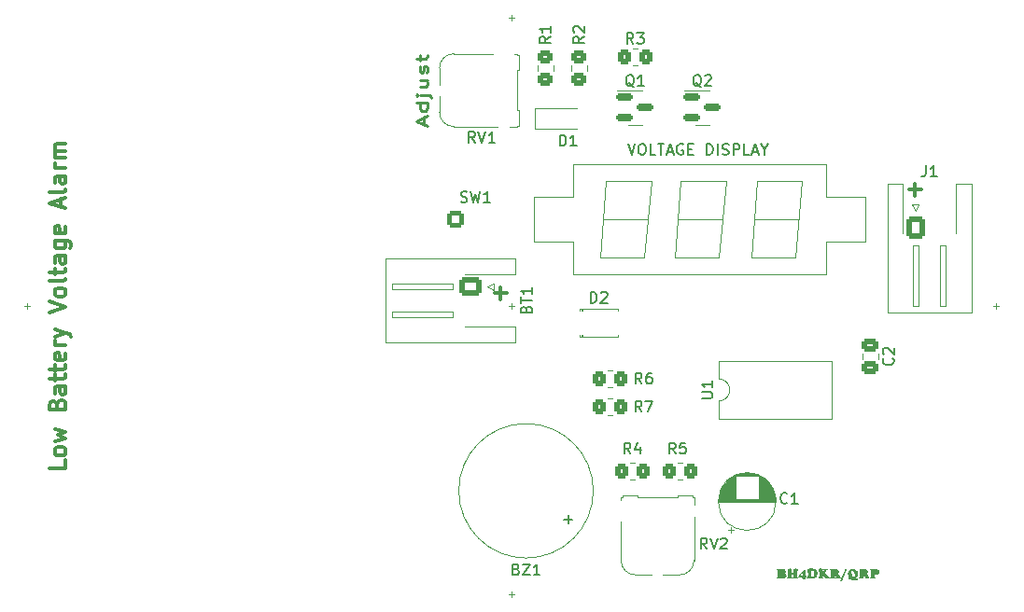
<source format=gto>
G04 #@! TF.GenerationSoftware,KiCad,Pcbnew,(6.0.9)*
G04 #@! TF.CreationDate,2022-11-23T08:11:33+08:00*
G04 #@! TF.ProjectId,low_battery_voltage_alarm,6c6f775f-6261-4747-9465-72795f766f6c,rev?*
G04 #@! TF.SameCoordinates,Original*
G04 #@! TF.FileFunction,Legend,Top*
G04 #@! TF.FilePolarity,Positive*
%FSLAX46Y46*%
G04 Gerber Fmt 4.6, Leading zero omitted, Abs format (unit mm)*
G04 Created by KiCad (PCBNEW (6.0.9)) date 2022-11-23 08:11:33*
%MOMM*%
%LPD*%
G01*
G04 APERTURE LIST*
G04 Aperture macros list*
%AMRoundRect*
0 Rectangle with rounded corners*
0 $1 Rounding radius*
0 $2 $3 $4 $5 $6 $7 $8 $9 X,Y pos of 4 corners*
0 Add a 4 corners polygon primitive as box body*
4,1,4,$2,$3,$4,$5,$6,$7,$8,$9,$2,$3,0*
0 Add four circle primitives for the rounded corners*
1,1,$1+$1,$2,$3*
1,1,$1+$1,$4,$5*
1,1,$1+$1,$6,$7*
1,1,$1+$1,$8,$9*
0 Add four rect primitives between the rounded corners*
20,1,$1+$1,$2,$3,$4,$5,0*
20,1,$1+$1,$4,$5,$6,$7,0*
20,1,$1+$1,$6,$7,$8,$9,0*
20,1,$1+$1,$8,$9,$2,$3,0*%
G04 Aperture macros list end*
%ADD10C,0.300000*%
%ADD11C,0.250000*%
%ADD12C,0.150000*%
%ADD13C,0.120000*%
%ADD14C,0.100000*%
%ADD15C,0.050000*%
%ADD16RoundRect,0.250000X-0.600000X-0.750000X0.600000X-0.750000X0.600000X0.750000X-0.600000X0.750000X0*%
%ADD17O,1.700000X2.000000*%
%ADD18RoundRect,0.150000X-0.587500X-0.150000X0.587500X-0.150000X0.587500X0.150000X-0.587500X0.150000X0*%
%ADD19R,2.000000X2.000000*%
%ADD20C,2.000000*%
%ADD21RoundRect,0.250000X-0.475000X0.337500X-0.475000X-0.337500X0.475000X-0.337500X0.475000X0.337500X0*%
%ADD22RoundRect,0.250000X0.350000X0.450000X-0.350000X0.450000X-0.350000X-0.450000X0.350000X-0.450000X0*%
%ADD23RoundRect,0.250000X-0.350000X-0.450000X0.350000X-0.450000X0.350000X0.450000X-0.350000X0.450000X0*%
%ADD24R,1.600000X1.600000*%
%ADD25C,1.600000*%
%ADD26O,1.600000X1.600000*%
%ADD27R,1.560000X1.560000*%
%ADD28C,1.560000*%
%ADD29RoundRect,0.250000X0.450000X-0.350000X0.450000X0.350000X-0.450000X0.350000X-0.450000X-0.350000X0*%
%ADD30C,2.200000*%
%ADD31RoundRect,0.250000X-0.750000X0.600000X-0.750000X-0.600000X0.750000X-0.600000X0.750000X0.600000X0*%
%ADD32O,2.000000X1.700000*%
%ADD33C,3.200000*%
%ADD34C,4.400000*%
%ADD35RoundRect,0.250000X-0.550000X-0.550000X0.550000X-0.550000X0.550000X0.550000X-0.550000X0.550000X0*%
%ADD36R,2.200000X1.500000*%
%ADD37R,1.800000X1.800000*%
%ADD38C,1.800000*%
G04 APERTURE END LIST*
D10*
X131000571Y-96373142D02*
X132143428Y-96373142D01*
X131572000Y-96944571D02*
X131572000Y-95801714D01*
X168592571Y-86975142D02*
X169735428Y-86975142D01*
X169164000Y-87546571D02*
X169164000Y-86403714D01*
D11*
X124626666Y-81085142D02*
X124626666Y-80370857D01*
X124912380Y-81228000D02*
X123912380Y-80728000D01*
X124912380Y-80228000D01*
X124912380Y-79085142D02*
X123912380Y-79085142D01*
X124864761Y-79085142D02*
X124912380Y-79228000D01*
X124912380Y-79513714D01*
X124864761Y-79656571D01*
X124817142Y-79728000D01*
X124721904Y-79799428D01*
X124436190Y-79799428D01*
X124340952Y-79728000D01*
X124293333Y-79656571D01*
X124245714Y-79513714D01*
X124245714Y-79228000D01*
X124293333Y-79085142D01*
X124245714Y-78370857D02*
X125102857Y-78370857D01*
X125198095Y-78442285D01*
X125245714Y-78585142D01*
X125245714Y-78656571D01*
X123912380Y-78370857D02*
X123960000Y-78442285D01*
X124007619Y-78370857D01*
X123960000Y-78299428D01*
X123912380Y-78370857D01*
X124007619Y-78370857D01*
X124245714Y-77013714D02*
X124912380Y-77013714D01*
X124245714Y-77656571D02*
X124769523Y-77656571D01*
X124864761Y-77585142D01*
X124912380Y-77442285D01*
X124912380Y-77228000D01*
X124864761Y-77085142D01*
X124817142Y-77013714D01*
X124864761Y-76370857D02*
X124912380Y-76228000D01*
X124912380Y-75942285D01*
X124864761Y-75799428D01*
X124769523Y-75728000D01*
X124721904Y-75728000D01*
X124626666Y-75799428D01*
X124579047Y-75942285D01*
X124579047Y-76156571D01*
X124531428Y-76299428D01*
X124436190Y-76370857D01*
X124388571Y-76370857D01*
X124293333Y-76299428D01*
X124245714Y-76156571D01*
X124245714Y-75942285D01*
X124293333Y-75799428D01*
X124245714Y-75299428D02*
X124245714Y-74728000D01*
X123912380Y-75085142D02*
X124769523Y-75085142D01*
X124864761Y-75013714D01*
X124912380Y-74870857D01*
X124912380Y-74728000D01*
D10*
X92118571Y-111536000D02*
X92118571Y-112250285D01*
X90618571Y-112250285D01*
X92118571Y-110821714D02*
X92047142Y-110964571D01*
X91975714Y-111036000D01*
X91832857Y-111107428D01*
X91404285Y-111107428D01*
X91261428Y-111036000D01*
X91190000Y-110964571D01*
X91118571Y-110821714D01*
X91118571Y-110607428D01*
X91190000Y-110464571D01*
X91261428Y-110393142D01*
X91404285Y-110321714D01*
X91832857Y-110321714D01*
X91975714Y-110393142D01*
X92047142Y-110464571D01*
X92118571Y-110607428D01*
X92118571Y-110821714D01*
X91118571Y-109821714D02*
X92118571Y-109536000D01*
X91404285Y-109250285D01*
X92118571Y-108964571D01*
X91118571Y-108678857D01*
X91332857Y-106464571D02*
X91404285Y-106250285D01*
X91475714Y-106178857D01*
X91618571Y-106107428D01*
X91832857Y-106107428D01*
X91975714Y-106178857D01*
X92047142Y-106250285D01*
X92118571Y-106393142D01*
X92118571Y-106964571D01*
X90618571Y-106964571D01*
X90618571Y-106464571D01*
X90690000Y-106321714D01*
X90761428Y-106250285D01*
X90904285Y-106178857D01*
X91047142Y-106178857D01*
X91190000Y-106250285D01*
X91261428Y-106321714D01*
X91332857Y-106464571D01*
X91332857Y-106964571D01*
X92118571Y-104821714D02*
X91332857Y-104821714D01*
X91190000Y-104893142D01*
X91118571Y-105036000D01*
X91118571Y-105321714D01*
X91190000Y-105464571D01*
X92047142Y-104821714D02*
X92118571Y-104964571D01*
X92118571Y-105321714D01*
X92047142Y-105464571D01*
X91904285Y-105536000D01*
X91761428Y-105536000D01*
X91618571Y-105464571D01*
X91547142Y-105321714D01*
X91547142Y-104964571D01*
X91475714Y-104821714D01*
X91118571Y-104321714D02*
X91118571Y-103750285D01*
X90618571Y-104107428D02*
X91904285Y-104107428D01*
X92047142Y-104036000D01*
X92118571Y-103893142D01*
X92118571Y-103750285D01*
X91118571Y-103464571D02*
X91118571Y-102893142D01*
X90618571Y-103250285D02*
X91904285Y-103250285D01*
X92047142Y-103178857D01*
X92118571Y-103036000D01*
X92118571Y-102893142D01*
X92047142Y-101821714D02*
X92118571Y-101964571D01*
X92118571Y-102250285D01*
X92047142Y-102393142D01*
X91904285Y-102464571D01*
X91332857Y-102464571D01*
X91190000Y-102393142D01*
X91118571Y-102250285D01*
X91118571Y-101964571D01*
X91190000Y-101821714D01*
X91332857Y-101750285D01*
X91475714Y-101750285D01*
X91618571Y-102464571D01*
X92118571Y-101107428D02*
X91118571Y-101107428D01*
X91404285Y-101107428D02*
X91261428Y-101036000D01*
X91190000Y-100964571D01*
X91118571Y-100821714D01*
X91118571Y-100678857D01*
X91118571Y-100321714D02*
X92118571Y-99964571D01*
X91118571Y-99607428D02*
X92118571Y-99964571D01*
X92475714Y-100107428D01*
X92547142Y-100178857D01*
X92618571Y-100321714D01*
X90618571Y-98107428D02*
X92118571Y-97607428D01*
X90618571Y-97107428D01*
X92118571Y-96393142D02*
X92047142Y-96536000D01*
X91975714Y-96607428D01*
X91832857Y-96678857D01*
X91404285Y-96678857D01*
X91261428Y-96607428D01*
X91190000Y-96536000D01*
X91118571Y-96393142D01*
X91118571Y-96178857D01*
X91190000Y-96036000D01*
X91261428Y-95964571D01*
X91404285Y-95893142D01*
X91832857Y-95893142D01*
X91975714Y-95964571D01*
X92047142Y-96036000D01*
X92118571Y-96178857D01*
X92118571Y-96393142D01*
X92118571Y-95036000D02*
X92047142Y-95178857D01*
X91904285Y-95250285D01*
X90618571Y-95250285D01*
X91118571Y-94678857D02*
X91118571Y-94107428D01*
X90618571Y-94464571D02*
X91904285Y-94464571D01*
X92047142Y-94393142D01*
X92118571Y-94250285D01*
X92118571Y-94107428D01*
X92118571Y-92964571D02*
X91332857Y-92964571D01*
X91190000Y-93036000D01*
X91118571Y-93178857D01*
X91118571Y-93464571D01*
X91190000Y-93607428D01*
X92047142Y-92964571D02*
X92118571Y-93107428D01*
X92118571Y-93464571D01*
X92047142Y-93607428D01*
X91904285Y-93678857D01*
X91761428Y-93678857D01*
X91618571Y-93607428D01*
X91547142Y-93464571D01*
X91547142Y-93107428D01*
X91475714Y-92964571D01*
X91118571Y-91607428D02*
X92332857Y-91607428D01*
X92475714Y-91678857D01*
X92547142Y-91750285D01*
X92618571Y-91893142D01*
X92618571Y-92107428D01*
X92547142Y-92250285D01*
X92047142Y-91607428D02*
X92118571Y-91750285D01*
X92118571Y-92036000D01*
X92047142Y-92178857D01*
X91975714Y-92250285D01*
X91832857Y-92321714D01*
X91404285Y-92321714D01*
X91261428Y-92250285D01*
X91190000Y-92178857D01*
X91118571Y-92036000D01*
X91118571Y-91750285D01*
X91190000Y-91607428D01*
X92047142Y-90321714D02*
X92118571Y-90464571D01*
X92118571Y-90750285D01*
X92047142Y-90893142D01*
X91904285Y-90964571D01*
X91332857Y-90964571D01*
X91190000Y-90893142D01*
X91118571Y-90750285D01*
X91118571Y-90464571D01*
X91190000Y-90321714D01*
X91332857Y-90250285D01*
X91475714Y-90250285D01*
X91618571Y-90964571D01*
X91690000Y-88536000D02*
X91690000Y-87821714D01*
X92118571Y-88678857D02*
X90618571Y-88178857D01*
X92118571Y-87678857D01*
X92118571Y-86964571D02*
X92047142Y-87107428D01*
X91904285Y-87178857D01*
X90618571Y-87178857D01*
X92118571Y-85750285D02*
X91332857Y-85750285D01*
X91190000Y-85821714D01*
X91118571Y-85964571D01*
X91118571Y-86250285D01*
X91190000Y-86393142D01*
X92047142Y-85750285D02*
X92118571Y-85893142D01*
X92118571Y-86250285D01*
X92047142Y-86393142D01*
X91904285Y-86464571D01*
X91761428Y-86464571D01*
X91618571Y-86393142D01*
X91547142Y-86250285D01*
X91547142Y-85893142D01*
X91475714Y-85750285D01*
X92118571Y-85035999D02*
X91118571Y-85035999D01*
X91404285Y-85035999D02*
X91261428Y-84964571D01*
X91190000Y-84893142D01*
X91118571Y-84750285D01*
X91118571Y-84607428D01*
X92118571Y-84107428D02*
X91118571Y-84107428D01*
X91261428Y-84107428D02*
X91190000Y-84035999D01*
X91118571Y-83893142D01*
X91118571Y-83678857D01*
X91190000Y-83535999D01*
X91332857Y-83464571D01*
X92118571Y-83464571D01*
X91332857Y-83464571D02*
X91190000Y-83393142D01*
X91118571Y-83250285D01*
X91118571Y-83035999D01*
X91190000Y-82893142D01*
X91332857Y-82821714D01*
X92118571Y-82821714D01*
D12*
X170120666Y-84776380D02*
X170120666Y-85490666D01*
X170073047Y-85633523D01*
X169977809Y-85728761D01*
X169834952Y-85776380D01*
X169739714Y-85776380D01*
X171120666Y-85776380D02*
X170549238Y-85776380D01*
X170834952Y-85776380D02*
X170834952Y-84776380D01*
X170739714Y-84919238D01*
X170644476Y-85014476D01*
X170549238Y-85062095D01*
X143668761Y-77649619D02*
X143573523Y-77602000D01*
X143478285Y-77506761D01*
X143335428Y-77363904D01*
X143240190Y-77316285D01*
X143144952Y-77316285D01*
X143192571Y-77554380D02*
X143097333Y-77506761D01*
X143002095Y-77411523D01*
X142954476Y-77221047D01*
X142954476Y-76887714D01*
X143002095Y-76697238D01*
X143097333Y-76602000D01*
X143192571Y-76554380D01*
X143383047Y-76554380D01*
X143478285Y-76602000D01*
X143573523Y-76697238D01*
X143621142Y-76887714D01*
X143621142Y-77221047D01*
X143573523Y-77411523D01*
X143478285Y-77506761D01*
X143383047Y-77554380D01*
X143192571Y-77554380D01*
X144573523Y-77554380D02*
X144002095Y-77554380D01*
X144287809Y-77554380D02*
X144287809Y-76554380D01*
X144192571Y-76697238D01*
X144097333Y-76792476D01*
X144002095Y-76840095D01*
X132987047Y-121428571D02*
X133129904Y-121476190D01*
X133177523Y-121523809D01*
X133225142Y-121619047D01*
X133225142Y-121761904D01*
X133177523Y-121857142D01*
X133129904Y-121904761D01*
X133034666Y-121952380D01*
X132653714Y-121952380D01*
X132653714Y-120952380D01*
X132987047Y-120952380D01*
X133082285Y-121000000D01*
X133129904Y-121047619D01*
X133177523Y-121142857D01*
X133177523Y-121238095D01*
X133129904Y-121333333D01*
X133082285Y-121380952D01*
X132987047Y-121428571D01*
X132653714Y-121428571D01*
X133558476Y-120952380D02*
X134225142Y-120952380D01*
X133558476Y-121952380D01*
X134225142Y-121952380D01*
X135129904Y-121952380D02*
X134558476Y-121952380D01*
X134844190Y-121952380D02*
X134844190Y-120952380D01*
X134748952Y-121095238D01*
X134653714Y-121190476D01*
X134558476Y-121238095D01*
X137297047Y-116911428D02*
X138058952Y-116911428D01*
X137678000Y-117292380D02*
X137678000Y-116530476D01*
X167137142Y-102274666D02*
X167184761Y-102322285D01*
X167232380Y-102465142D01*
X167232380Y-102560380D01*
X167184761Y-102703238D01*
X167089523Y-102798476D01*
X166994285Y-102846095D01*
X166803809Y-102893714D01*
X166660952Y-102893714D01*
X166470476Y-102846095D01*
X166375238Y-102798476D01*
X166280000Y-102703238D01*
X166232380Y-102560380D01*
X166232380Y-102465142D01*
X166280000Y-102322285D01*
X166327619Y-102274666D01*
X166327619Y-101893714D02*
X166280000Y-101846095D01*
X166232380Y-101750857D01*
X166232380Y-101512761D01*
X166280000Y-101417523D01*
X166327619Y-101369904D01*
X166422857Y-101322285D01*
X166518095Y-101322285D01*
X166660952Y-101369904D01*
X167232380Y-101941333D01*
X167232380Y-101322285D01*
X143343333Y-110942380D02*
X143010000Y-110466190D01*
X142771904Y-110942380D02*
X142771904Y-109942380D01*
X143152857Y-109942380D01*
X143248095Y-109990000D01*
X143295714Y-110037619D01*
X143343333Y-110132857D01*
X143343333Y-110275714D01*
X143295714Y-110370952D01*
X143248095Y-110418571D01*
X143152857Y-110466190D01*
X142771904Y-110466190D01*
X144200476Y-110275714D02*
X144200476Y-110942380D01*
X143962380Y-109894761D02*
X143724285Y-110609047D01*
X144343333Y-110609047D01*
X144359333Y-107132380D02*
X144026000Y-106656190D01*
X143787904Y-107132380D02*
X143787904Y-106132380D01*
X144168857Y-106132380D01*
X144264095Y-106180000D01*
X144311714Y-106227619D01*
X144359333Y-106322857D01*
X144359333Y-106465714D01*
X144311714Y-106560952D01*
X144264095Y-106608571D01*
X144168857Y-106656190D01*
X143787904Y-106656190D01*
X144692666Y-106132380D02*
X145359333Y-106132380D01*
X144930761Y-107132380D01*
X157567333Y-115388242D02*
X157519714Y-115435861D01*
X157376857Y-115483480D01*
X157281619Y-115483480D01*
X157138761Y-115435861D01*
X157043523Y-115340623D01*
X156995904Y-115245385D01*
X156948285Y-115054909D01*
X156948285Y-114912052D01*
X156995904Y-114721576D01*
X157043523Y-114626338D01*
X157138761Y-114531100D01*
X157281619Y-114483480D01*
X157376857Y-114483480D01*
X157519714Y-114531100D01*
X157567333Y-114578719D01*
X158519714Y-115483480D02*
X157948285Y-115483480D01*
X158234000Y-115483480D02*
X158234000Y-114483480D01*
X158138761Y-114626338D01*
X158043523Y-114721576D01*
X157948285Y-114769195D01*
X149786380Y-105907904D02*
X150595904Y-105907904D01*
X150691142Y-105860285D01*
X150738761Y-105812666D01*
X150786380Y-105717428D01*
X150786380Y-105526952D01*
X150738761Y-105431714D01*
X150691142Y-105384095D01*
X150595904Y-105336476D01*
X149786380Y-105336476D01*
X150786380Y-104336476D02*
X150786380Y-104907904D01*
X150786380Y-104622190D02*
X149786380Y-104622190D01*
X149929238Y-104717428D01*
X150024476Y-104812666D01*
X150072095Y-104907904D01*
X150280761Y-119578380D02*
X149947428Y-119102190D01*
X149709333Y-119578380D02*
X149709333Y-118578380D01*
X150090285Y-118578380D01*
X150185523Y-118626000D01*
X150233142Y-118673619D01*
X150280761Y-118768857D01*
X150280761Y-118911714D01*
X150233142Y-119006952D01*
X150185523Y-119054571D01*
X150090285Y-119102190D01*
X149709333Y-119102190D01*
X150566476Y-118578380D02*
X150899809Y-119578380D01*
X151233142Y-118578380D01*
X151518857Y-118673619D02*
X151566476Y-118626000D01*
X151661714Y-118578380D01*
X151899809Y-118578380D01*
X151995047Y-118626000D01*
X152042666Y-118673619D01*
X152090285Y-118768857D01*
X152090285Y-118864095D01*
X152042666Y-119006952D01*
X151471238Y-119578380D01*
X152090285Y-119578380D01*
X139136380Y-73064666D02*
X138660190Y-73398000D01*
X139136380Y-73636095D02*
X138136380Y-73636095D01*
X138136380Y-73255142D01*
X138184000Y-73159904D01*
X138231619Y-73112285D01*
X138326857Y-73064666D01*
X138469714Y-73064666D01*
X138564952Y-73112285D01*
X138612571Y-73159904D01*
X138660190Y-73255142D01*
X138660190Y-73636095D01*
X138231619Y-72683714D02*
X138184000Y-72636095D01*
X138136380Y-72540857D01*
X138136380Y-72302761D01*
X138184000Y-72207523D01*
X138231619Y-72159904D01*
X138326857Y-72112285D01*
X138422095Y-72112285D01*
X138564952Y-72159904D01*
X139136380Y-72731333D01*
X139136380Y-72112285D01*
X143100047Y-82814380D02*
X143433380Y-83814380D01*
X143766714Y-82814380D01*
X144290523Y-82814380D02*
X144481000Y-82814380D01*
X144576238Y-82862000D01*
X144671476Y-82957238D01*
X144719095Y-83147714D01*
X144719095Y-83481047D01*
X144671476Y-83671523D01*
X144576238Y-83766761D01*
X144481000Y-83814380D01*
X144290523Y-83814380D01*
X144195285Y-83766761D01*
X144100047Y-83671523D01*
X144052428Y-83481047D01*
X144052428Y-83147714D01*
X144100047Y-82957238D01*
X144195285Y-82862000D01*
X144290523Y-82814380D01*
X145623857Y-83814380D02*
X145147666Y-83814380D01*
X145147666Y-82814380D01*
X145814333Y-82814380D02*
X146385761Y-82814380D01*
X146100047Y-83814380D02*
X146100047Y-82814380D01*
X146671476Y-83528666D02*
X147147666Y-83528666D01*
X146576238Y-83814380D02*
X146909571Y-82814380D01*
X147242904Y-83814380D01*
X148100047Y-82862000D02*
X148004809Y-82814380D01*
X147861952Y-82814380D01*
X147719095Y-82862000D01*
X147623857Y-82957238D01*
X147576238Y-83052476D01*
X147528619Y-83242952D01*
X147528619Y-83385809D01*
X147576238Y-83576285D01*
X147623857Y-83671523D01*
X147719095Y-83766761D01*
X147861952Y-83814380D01*
X147957190Y-83814380D01*
X148100047Y-83766761D01*
X148147666Y-83719142D01*
X148147666Y-83385809D01*
X147957190Y-83385809D01*
X148576238Y-83290571D02*
X148909571Y-83290571D01*
X149052428Y-83814380D02*
X148576238Y-83814380D01*
X148576238Y-82814380D01*
X149052428Y-82814380D01*
X150242904Y-83814380D02*
X150242904Y-82814380D01*
X150481000Y-82814380D01*
X150623857Y-82862000D01*
X150719095Y-82957238D01*
X150766714Y-83052476D01*
X150814333Y-83242952D01*
X150814333Y-83385809D01*
X150766714Y-83576285D01*
X150719095Y-83671523D01*
X150623857Y-83766761D01*
X150481000Y-83814380D01*
X150242904Y-83814380D01*
X151242904Y-83814380D02*
X151242904Y-82814380D01*
X151671476Y-83766761D02*
X151814333Y-83814380D01*
X152052428Y-83814380D01*
X152147666Y-83766761D01*
X152195285Y-83719142D01*
X152242904Y-83623904D01*
X152242904Y-83528666D01*
X152195285Y-83433428D01*
X152147666Y-83385809D01*
X152052428Y-83338190D01*
X151861952Y-83290571D01*
X151766714Y-83242952D01*
X151719095Y-83195333D01*
X151671476Y-83100095D01*
X151671476Y-83004857D01*
X151719095Y-82909619D01*
X151766714Y-82862000D01*
X151861952Y-82814380D01*
X152100047Y-82814380D01*
X152242904Y-82862000D01*
X152671476Y-83814380D02*
X152671476Y-82814380D01*
X153052428Y-82814380D01*
X153147666Y-82862000D01*
X153195285Y-82909619D01*
X153242904Y-83004857D01*
X153242904Y-83147714D01*
X153195285Y-83242952D01*
X153147666Y-83290571D01*
X153052428Y-83338190D01*
X152671476Y-83338190D01*
X154147666Y-83814380D02*
X153671476Y-83814380D01*
X153671476Y-82814380D01*
X154433380Y-83528666D02*
X154909571Y-83528666D01*
X154338142Y-83814380D02*
X154671476Y-82814380D01*
X155004809Y-83814380D01*
X155528619Y-83338190D02*
X155528619Y-83814380D01*
X155195285Y-82814380D02*
X155528619Y-83338190D01*
X155861952Y-82814380D01*
X133878571Y-97813714D02*
X133926190Y-97670857D01*
X133973809Y-97623238D01*
X134069047Y-97575619D01*
X134211904Y-97575619D01*
X134307142Y-97623238D01*
X134354761Y-97670857D01*
X134402380Y-97766095D01*
X134402380Y-98147047D01*
X133402380Y-98147047D01*
X133402380Y-97813714D01*
X133450000Y-97718476D01*
X133497619Y-97670857D01*
X133592857Y-97623238D01*
X133688095Y-97623238D01*
X133783333Y-97670857D01*
X133830952Y-97718476D01*
X133878571Y-97813714D01*
X133878571Y-98147047D01*
X133402380Y-97289904D02*
X133402380Y-96718476D01*
X134402380Y-97004190D02*
X133402380Y-97004190D01*
X134402380Y-95861333D02*
X134402380Y-96432761D01*
X134402380Y-96147047D02*
X133402380Y-96147047D01*
X133545238Y-96242285D01*
X133640476Y-96337523D01*
X133688095Y-96432761D01*
X136088380Y-73064666D02*
X135612190Y-73398000D01*
X136088380Y-73636095D02*
X135088380Y-73636095D01*
X135088380Y-73255142D01*
X135136000Y-73159904D01*
X135183619Y-73112285D01*
X135278857Y-73064666D01*
X135421714Y-73064666D01*
X135516952Y-73112285D01*
X135564571Y-73159904D01*
X135612190Y-73255142D01*
X135612190Y-73636095D01*
X136088380Y-72112285D02*
X136088380Y-72683714D01*
X136088380Y-72398000D02*
X135088380Y-72398000D01*
X135231238Y-72493238D01*
X135326476Y-72588476D01*
X135374095Y-72683714D01*
X127952666Y-88066761D02*
X128095523Y-88114380D01*
X128333619Y-88114380D01*
X128428857Y-88066761D01*
X128476476Y-88019142D01*
X128524095Y-87923904D01*
X128524095Y-87828666D01*
X128476476Y-87733428D01*
X128428857Y-87685809D01*
X128333619Y-87638190D01*
X128143142Y-87590571D01*
X128047904Y-87542952D01*
X128000285Y-87495333D01*
X127952666Y-87400095D01*
X127952666Y-87304857D01*
X128000285Y-87209619D01*
X128047904Y-87162000D01*
X128143142Y-87114380D01*
X128381238Y-87114380D01*
X128524095Y-87162000D01*
X128857428Y-87114380D02*
X129095523Y-88114380D01*
X129286000Y-87400095D01*
X129476476Y-88114380D01*
X129714571Y-87114380D01*
X130619333Y-88114380D02*
X130047904Y-88114380D01*
X130333619Y-88114380D02*
X130333619Y-87114380D01*
X130238380Y-87257238D01*
X130143142Y-87352476D01*
X130047904Y-87400095D01*
X147434269Y-110942380D02*
X147100936Y-110466190D01*
X146862840Y-110942380D02*
X146862840Y-109942380D01*
X147243793Y-109942380D01*
X147339031Y-109990000D01*
X147386650Y-110037619D01*
X147434269Y-110132857D01*
X147434269Y-110275714D01*
X147386650Y-110370952D01*
X147339031Y-110418571D01*
X147243793Y-110466190D01*
X146862840Y-110466190D01*
X148339031Y-109942380D02*
X147862840Y-109942380D01*
X147815221Y-110418571D01*
X147862840Y-110370952D01*
X147958078Y-110323333D01*
X148196174Y-110323333D01*
X148291412Y-110370952D01*
X148339031Y-110418571D01*
X148386650Y-110513809D01*
X148386650Y-110751904D01*
X148339031Y-110847142D01*
X148291412Y-110894761D01*
X148196174Y-110942380D01*
X147958078Y-110942380D01*
X147862840Y-110894761D01*
X147815221Y-110847142D01*
X136929904Y-83002380D02*
X136929904Y-82002380D01*
X137168000Y-82002380D01*
X137310857Y-82050000D01*
X137406095Y-82145238D01*
X137453714Y-82240476D01*
X137501333Y-82430952D01*
X137501333Y-82573809D01*
X137453714Y-82764285D01*
X137406095Y-82859523D01*
X137310857Y-82954761D01*
X137168000Y-83002380D01*
X136929904Y-83002380D01*
X138453714Y-83002380D02*
X137882285Y-83002380D01*
X138168000Y-83002380D02*
X138168000Y-82002380D01*
X138072761Y-82145238D01*
X137977523Y-82240476D01*
X137882285Y-82288095D01*
X144359333Y-104592380D02*
X144026000Y-104116190D01*
X143787904Y-104592380D02*
X143787904Y-103592380D01*
X144168857Y-103592380D01*
X144264095Y-103640000D01*
X144311714Y-103687619D01*
X144359333Y-103782857D01*
X144359333Y-103925714D01*
X144311714Y-104020952D01*
X144264095Y-104068571D01*
X144168857Y-104116190D01*
X143787904Y-104116190D01*
X145216476Y-103592380D02*
X145026000Y-103592380D01*
X144930761Y-103640000D01*
X144883142Y-103687619D01*
X144787904Y-103830476D01*
X144740285Y-104020952D01*
X144740285Y-104401904D01*
X144787904Y-104497142D01*
X144835523Y-104544761D01*
X144930761Y-104592380D01*
X145121238Y-104592380D01*
X145216476Y-104544761D01*
X145264095Y-104497142D01*
X145311714Y-104401904D01*
X145311714Y-104163809D01*
X145264095Y-104068571D01*
X145216476Y-104020952D01*
X145121238Y-103973333D01*
X144930761Y-103973333D01*
X144835523Y-104020952D01*
X144787904Y-104068571D01*
X144740285Y-104163809D01*
X139718904Y-97252380D02*
X139718904Y-96252380D01*
X139957000Y-96252380D01*
X140099857Y-96300000D01*
X140195095Y-96395238D01*
X140242714Y-96490476D01*
X140290333Y-96680952D01*
X140290333Y-96823809D01*
X140242714Y-97014285D01*
X140195095Y-97109523D01*
X140099857Y-97204761D01*
X139957000Y-97252380D01*
X139718904Y-97252380D01*
X140671285Y-96347619D02*
X140718904Y-96300000D01*
X140814142Y-96252380D01*
X141052238Y-96252380D01*
X141147476Y-96300000D01*
X141195095Y-96347619D01*
X141242714Y-96442857D01*
X141242714Y-96538095D01*
X141195095Y-96680952D01*
X140623666Y-97252380D01*
X141242714Y-97252380D01*
X129244761Y-82708380D02*
X128911428Y-82232190D01*
X128673333Y-82708380D02*
X128673333Y-81708380D01*
X129054285Y-81708380D01*
X129149523Y-81756000D01*
X129197142Y-81803619D01*
X129244761Y-81898857D01*
X129244761Y-82041714D01*
X129197142Y-82136952D01*
X129149523Y-82184571D01*
X129054285Y-82232190D01*
X128673333Y-82232190D01*
X129530476Y-81708380D02*
X129863809Y-82708380D01*
X130197142Y-81708380D01*
X131054285Y-82708380D02*
X130482857Y-82708380D01*
X130768571Y-82708380D02*
X130768571Y-81708380D01*
X130673333Y-81851238D01*
X130578095Y-81946476D01*
X130482857Y-81994095D01*
X149764761Y-77649619D02*
X149669523Y-77602000D01*
X149574285Y-77506761D01*
X149431428Y-77363904D01*
X149336190Y-77316285D01*
X149240952Y-77316285D01*
X149288571Y-77554380D02*
X149193333Y-77506761D01*
X149098095Y-77411523D01*
X149050476Y-77221047D01*
X149050476Y-76887714D01*
X149098095Y-76697238D01*
X149193333Y-76602000D01*
X149288571Y-76554380D01*
X149479047Y-76554380D01*
X149574285Y-76602000D01*
X149669523Y-76697238D01*
X149717142Y-76887714D01*
X149717142Y-77221047D01*
X149669523Y-77411523D01*
X149574285Y-77506761D01*
X149479047Y-77554380D01*
X149288571Y-77554380D01*
X150098095Y-76649619D02*
X150145714Y-76602000D01*
X150240952Y-76554380D01*
X150479047Y-76554380D01*
X150574285Y-76602000D01*
X150621904Y-76649619D01*
X150669523Y-76744857D01*
X150669523Y-76840095D01*
X150621904Y-76982952D01*
X150050476Y-77554380D01*
X150669523Y-77554380D01*
X143597333Y-73732380D02*
X143264000Y-73256190D01*
X143025904Y-73732380D02*
X143025904Y-72732380D01*
X143406857Y-72732380D01*
X143502095Y-72780000D01*
X143549714Y-72827619D01*
X143597333Y-72922857D01*
X143597333Y-73065714D01*
X143549714Y-73160952D01*
X143502095Y-73208571D01*
X143406857Y-73256190D01*
X143025904Y-73256190D01*
X143930666Y-72732380D02*
X144549714Y-72732380D01*
X144216380Y-73113333D01*
X144359238Y-73113333D01*
X144454476Y-73160952D01*
X144502095Y-73208571D01*
X144549714Y-73303809D01*
X144549714Y-73541904D01*
X144502095Y-73637142D01*
X144454476Y-73684761D01*
X144359238Y-73732380D01*
X144073523Y-73732380D01*
X143978285Y-73684761D01*
X143930666Y-73637142D01*
D13*
X168954000Y-97524000D02*
X169454000Y-97524000D01*
X174264000Y-98134000D02*
X174264000Y-86414000D01*
X169504000Y-88324000D02*
X169204000Y-88924000D01*
X169454000Y-97524000D02*
X169454000Y-92024000D01*
X166644000Y-86414000D02*
X168064000Y-86414000D01*
X170454000Y-98134000D02*
X166644000Y-98134000D01*
X168904000Y-88324000D02*
X169504000Y-88324000D01*
X168954000Y-92024000D02*
X168954000Y-97524000D01*
X168064000Y-86414000D02*
X168064000Y-90914000D01*
X169204000Y-88924000D02*
X168904000Y-88324000D01*
X171454000Y-92024000D02*
X171454000Y-97524000D01*
X170454000Y-98134000D02*
X174264000Y-98134000D01*
X169454000Y-92024000D02*
X168954000Y-92024000D01*
X174264000Y-86414000D02*
X172844000Y-86414000D01*
X171454000Y-97524000D02*
X171954000Y-97524000D01*
X171954000Y-97524000D02*
X171954000Y-92024000D01*
X166644000Y-98134000D02*
X166644000Y-86414000D01*
X171954000Y-92024000D02*
X171454000Y-92024000D01*
X172844000Y-86414000D02*
X172844000Y-90914000D01*
X143764000Y-81062000D02*
X144414000Y-81062000D01*
X143764000Y-77942000D02*
X144414000Y-77942000D01*
X143764000Y-77942000D02*
X142089000Y-77942000D01*
X143764000Y-81062000D02*
X143114000Y-81062000D01*
X139968000Y-114300000D02*
G75*
G03*
X139968000Y-114300000I-6100000J0D01*
G01*
X164365000Y-101846748D02*
X164365000Y-102369252D01*
X165835000Y-101846748D02*
X165835000Y-102369252D01*
X143737064Y-113257000D02*
X143282936Y-113257000D01*
X143737064Y-111787000D02*
X143282936Y-111787000D01*
X141266936Y-105945000D02*
X141721064Y-105945000D01*
X141266936Y-107415000D02*
X141721064Y-107415000D01*
G36*
X159435397Y-121812870D02*
G01*
X159433246Y-121684886D01*
X159425630Y-121599060D01*
X159410807Y-121543925D01*
X159389490Y-121510648D01*
X159359468Y-121460026D01*
X159372194Y-121414458D01*
X159415807Y-121387934D01*
X159499781Y-121369330D01*
X159611287Y-121358774D01*
X159737498Y-121356394D01*
X159865586Y-121362318D01*
X159982721Y-121376674D01*
X160076077Y-121399590D01*
X160095480Y-121407235D01*
X160203779Y-121482404D01*
X160278202Y-121590939D01*
X160315932Y-121722333D01*
X160314157Y-121866077D01*
X160270062Y-122011665D01*
X160261905Y-122028537D01*
X160203018Y-122117746D01*
X160134890Y-122180701D01*
X160120794Y-122188783D01*
X160062010Y-122206092D01*
X159968298Y-122220441D01*
X159851714Y-122231412D01*
X159724311Y-122238589D01*
X159598147Y-122241555D01*
X159485276Y-122239891D01*
X159397755Y-122233182D01*
X159347637Y-122221010D01*
X159341378Y-122215750D01*
X159344330Y-122176592D01*
X159378097Y-122125363D01*
X159378824Y-122124584D01*
X159405999Y-122088981D01*
X159422887Y-122044067D01*
X159431819Y-121977008D01*
X159434528Y-121893395D01*
X159733727Y-121893395D01*
X159737727Y-121995823D01*
X159750477Y-122060423D01*
X159773864Y-122095046D01*
X159809770Y-122107541D01*
X159823725Y-122108148D01*
X159892228Y-122091534D01*
X159929670Y-122066966D01*
X159971257Y-121993657D01*
X159993222Y-121885465D01*
X159992819Y-121758549D01*
X159988325Y-121721862D01*
X159961775Y-121610515D01*
X159918758Y-121543653D01*
X159852879Y-121512957D01*
X159824932Y-121509339D01*
X159744498Y-121503386D01*
X159736593Y-121745291D01*
X159733727Y-121893395D01*
X159434528Y-121893395D01*
X159435125Y-121874966D01*
X159435397Y-121812870D01*
G37*
G36*
X165143661Y-121562344D02*
G01*
X165125055Y-121528266D01*
X165104668Y-121507866D01*
X165067669Y-121464827D01*
X165071813Y-121431600D01*
X165120132Y-121406732D01*
X165215658Y-121388770D01*
X165361422Y-121376261D01*
X165381679Y-121375099D01*
X165549719Y-121370592D01*
X165674056Y-121380032D01*
X165763527Y-121405989D01*
X165826968Y-121451029D01*
X165873215Y-121517721D01*
X165873345Y-121517973D01*
X165907524Y-121631737D01*
X165892882Y-121735404D01*
X165834270Y-121821827D01*
X165736543Y-121883858D01*
X165604555Y-121914348D01*
X165604175Y-121914380D01*
X165519499Y-121923240D01*
X165475362Y-121936793D01*
X165458628Y-121962696D01*
X165456138Y-122000672D01*
X165469992Y-122067894D01*
X165496455Y-122108148D01*
X165533021Y-122162917D01*
X165526112Y-122216910D01*
X165478269Y-122251928D01*
X165476297Y-122252477D01*
X165385523Y-122267256D01*
X165284677Y-122269631D01*
X165191751Y-122260761D01*
X165124737Y-122241810D01*
X165106301Y-122228596D01*
X165087364Y-122188893D01*
X165109727Y-122146756D01*
X165116449Y-122139125D01*
X165137969Y-122103011D01*
X165151492Y-122045058D01*
X165158500Y-121954623D01*
X165160476Y-121823063D01*
X165159299Y-121698036D01*
X165156727Y-121654588D01*
X165456138Y-121654588D01*
X165457821Y-121733986D01*
X165467929Y-121772574D01*
X165494046Y-121783294D01*
X165530053Y-121780674D01*
X165577674Y-121769005D01*
X165601102Y-121737822D01*
X165611287Y-121670989D01*
X165612149Y-121659664D01*
X165612107Y-121582034D01*
X165593235Y-121538230D01*
X165564557Y-121517310D01*
X165508766Y-121498909D01*
X165474822Y-121519830D01*
X165458800Y-121585039D01*
X165456138Y-121654588D01*
X165156727Y-121654588D01*
X165154385Y-121615032D01*
X165143661Y-121562344D01*
G37*
G36*
X158721970Y-121833579D02*
G01*
X158827968Y-121715218D01*
X158874764Y-121664859D01*
X158984844Y-121558498D01*
X159076892Y-121492890D01*
X159147722Y-121469712D01*
X159194147Y-121490641D01*
X159197251Y-121495108D01*
X159207740Y-121537219D01*
X159215692Y-121617624D01*
X159219724Y-121720872D01*
X159219959Y-121749134D01*
X159222542Y-121864674D01*
X159230876Y-121936244D01*
X159246637Y-121973479D01*
X159260688Y-121983476D01*
X159290791Y-122020004D01*
X159301005Y-122077135D01*
X159287892Y-122145598D01*
X159260688Y-122188783D01*
X159228544Y-122240906D01*
X159220371Y-122286148D01*
X159215549Y-122324058D01*
X159191984Y-122343017D01*
X159136027Y-122349482D01*
X159085307Y-122350052D01*
X159004742Y-122347777D01*
X158962359Y-122335497D01*
X158942613Y-122305034D01*
X158934357Y-122270619D01*
X158922442Y-122226764D01*
X158899787Y-122202135D01*
X158852615Y-122190075D01*
X158767147Y-122183925D01*
X158753600Y-122183265D01*
X158662774Y-122177438D01*
X158612489Y-122166826D01*
X158589556Y-122145083D01*
X158580783Y-122105865D01*
X158580068Y-122099793D01*
X158582499Y-122050644D01*
X158603870Y-121994452D01*
X158617334Y-121973460D01*
X158741720Y-121973460D01*
X158764591Y-121994481D01*
X158829987Y-121996112D01*
X158837355Y-121995537D01*
X158904222Y-121985365D01*
X158934735Y-121959381D01*
X158946297Y-121901831D01*
X158946826Y-121896423D01*
X158945966Y-121814140D01*
X158923164Y-121780902D01*
X158878709Y-121796812D01*
X158821192Y-121852359D01*
X158760783Y-121927826D01*
X158741720Y-121973460D01*
X158617334Y-121973460D01*
X158648816Y-121924378D01*
X158721970Y-121833579D01*
G37*
G36*
X161510801Y-121552697D02*
G01*
X161491588Y-121516825D01*
X161454586Y-121465070D01*
X161465664Y-121420687D01*
X161511746Y-121398058D01*
X161618146Y-121382808D01*
X161745665Y-121373867D01*
X161878599Y-121371262D01*
X162001244Y-121375025D01*
X162097896Y-121385182D01*
X162143591Y-121396892D01*
X162225191Y-121456777D01*
X162268902Y-121543039D01*
X162272168Y-121641542D01*
X162232435Y-121738150D01*
X162210338Y-121766227D01*
X162183218Y-121804432D01*
X162196249Y-121832659D01*
X162225083Y-121854554D01*
X162269695Y-121905905D01*
X162308429Y-121982963D01*
X162315681Y-122004405D01*
X162343784Y-122075432D01*
X162374530Y-122121073D01*
X162383664Y-122127260D01*
X162416121Y-122160314D01*
X162407150Y-122205768D01*
X162366899Y-122241594D01*
X162306275Y-122259852D01*
X162223617Y-122269126D01*
X162207580Y-122269418D01*
X162103509Y-122246715D01*
X162028335Y-122178770D01*
X161982310Y-122065831D01*
X161977721Y-122043887D01*
X161950788Y-121963461D01*
X161910577Y-121912303D01*
X161866457Y-121901008D01*
X161855622Y-121905833D01*
X161831285Y-121948467D01*
X161831066Y-122015504D01*
X161853028Y-122084329D01*
X161873473Y-122114324D01*
X161903498Y-122165016D01*
X161890826Y-122210515D01*
X161846086Y-122239768D01*
X161766811Y-122259032D01*
X161671446Y-122267417D01*
X161578437Y-122264032D01*
X161506230Y-122247990D01*
X161479199Y-122230366D01*
X161459814Y-122190852D01*
X161475273Y-122143861D01*
X161488408Y-122122667D01*
X161511056Y-122061037D01*
X161526240Y-121966411D01*
X161533884Y-121853528D01*
X161533911Y-121737123D01*
X161526784Y-121639364D01*
X161827566Y-121639364D01*
X161831422Y-121714776D01*
X161846787Y-121750109D01*
X161878447Y-121758730D01*
X161928957Y-121738968D01*
X161945643Y-121716214D01*
X161961547Y-121630663D01*
X161947955Y-121553744D01*
X161922818Y-121517802D01*
X161874816Y-121497069D01*
X161843034Y-121526644D01*
X161828446Y-121605285D01*
X161827566Y-121639364D01*
X161526784Y-121639364D01*
X161526242Y-121631933D01*
X161510801Y-121552697D01*
G37*
G36*
X163111862Y-121644772D02*
G01*
X163192431Y-121520683D01*
X163301856Y-121432441D01*
X163429829Y-121380814D01*
X163566043Y-121366570D01*
X163700191Y-121390477D01*
X163821965Y-121453303D01*
X163921056Y-121555818D01*
X163938430Y-121583160D01*
X163995122Y-121725655D01*
X164004741Y-121869765D01*
X163969622Y-122005112D01*
X163892097Y-122121319D01*
X163801167Y-122193497D01*
X163740831Y-122239008D01*
X163731639Y-122272206D01*
X163771978Y-122291105D01*
X163860237Y-122293715D01*
X163881284Y-122292286D01*
X163958025Y-122289487D01*
X163994820Y-122299750D01*
X164004689Y-122326946D01*
X164004709Y-122329010D01*
X163980121Y-122377651D01*
X163915513Y-122419287D01*
X163824615Y-122447544D01*
X163730541Y-122456259D01*
X163649683Y-122446022D01*
X163540378Y-122420109D01*
X163423730Y-122383688D01*
X163401447Y-122375624D01*
X163297305Y-122338985D01*
X163208114Y-122311307D01*
X163149095Y-122297195D01*
X163139384Y-122296296D01*
X163098366Y-122281392D01*
X163094409Y-122248187D01*
X163124262Y-122213940D01*
X163157542Y-122199946D01*
X163224236Y-122183206D01*
X163159544Y-122071762D01*
X163094086Y-121930996D01*
X163073650Y-121805226D01*
X163095143Y-121691446D01*
X163386508Y-121691446D01*
X163397064Y-121778253D01*
X163423876Y-121881524D01*
X163459661Y-121978068D01*
X163497134Y-122044697D01*
X163497672Y-122045351D01*
X163554870Y-122078084D01*
X163623118Y-122073486D01*
X163677677Y-122034337D01*
X163683815Y-122024439D01*
X163702325Y-121945780D01*
X163693991Y-121846289D01*
X163664359Y-121741329D01*
X163618975Y-121646263D01*
X163563386Y-121576454D01*
X163511944Y-121548389D01*
X163445790Y-121558533D01*
X163401379Y-121611616D01*
X163386508Y-121691446D01*
X163095143Y-121691446D01*
X163096876Y-121682270D01*
X163111862Y-121644772D01*
G37*
G36*
X157916294Y-121372646D02*
G01*
X157979648Y-121403109D01*
X158003718Y-121447851D01*
X157982015Y-121503464D01*
X157973789Y-121513223D01*
X157939990Y-121577178D01*
X157930212Y-121633174D01*
X157935419Y-121679328D01*
X157961209Y-121699847D01*
X158022832Y-121704915D01*
X158037725Y-121704973D01*
X158106715Y-121701624D01*
X158137218Y-121684565D01*
X158144409Y-121643280D01*
X158144383Y-121631058D01*
X158130081Y-121556196D01*
X158105912Y-121507493D01*
X158081578Y-121453875D01*
X158082269Y-121421428D01*
X158117853Y-121393725D01*
X158190306Y-121372671D01*
X158282891Y-121360897D01*
X158378872Y-121361036D01*
X158427281Y-121367187D01*
X158492121Y-121386267D01*
X158518222Y-121419008D01*
X158521535Y-121451691D01*
X158507054Y-121508445D01*
X158481217Y-121533983D01*
X158460574Y-121567479D01*
X158446432Y-121640214D01*
X158438790Y-121738065D01*
X158437648Y-121846909D01*
X158443006Y-121952622D01*
X158454864Y-122041083D01*
X158473223Y-122098167D01*
X158481217Y-122108148D01*
X158516169Y-122160971D01*
X158514995Y-122216695D01*
X158479019Y-122253103D01*
X158429758Y-122262079D01*
X158347647Y-122268004D01*
X158280723Y-122269418D01*
X158164912Y-122260521D01*
X158094699Y-122234933D01*
X158072360Y-122194305D01*
X158100168Y-122140286D01*
X158101211Y-122139125D01*
X158132422Y-122074702D01*
X158145201Y-121982105D01*
X158145238Y-121976737D01*
X158145238Y-121862998D01*
X158044445Y-121871340D01*
X157980958Y-121879923D01*
X157950462Y-121902414D01*
X157938578Y-121954975D01*
X157935386Y-121993915D01*
X157936074Y-122068063D01*
X157949399Y-122105813D01*
X157955545Y-122108148D01*
X157979223Y-122128782D01*
X157982936Y-122175310D01*
X157968925Y-122224671D01*
X157941453Y-122253103D01*
X157871753Y-122266642D01*
X157777524Y-122269385D01*
X157679995Y-122262491D01*
X157600398Y-122247119D01*
X157567718Y-122232689D01*
X157536383Y-122205306D01*
X157536055Y-122178045D01*
X157568180Y-122131549D01*
X157576020Y-122121551D01*
X157604802Y-122077601D01*
X157622408Y-122025985D01*
X157631423Y-121952692D01*
X157634432Y-121843707D01*
X157634550Y-121804258D01*
X157631981Y-121675801D01*
X157623189Y-121590038D01*
X157606546Y-121536107D01*
X157590973Y-121513223D01*
X157559796Y-121455340D01*
X157580113Y-121409545D01*
X157650676Y-121377534D01*
X157697702Y-121368196D01*
X157820149Y-121359872D01*
X157916294Y-121372646D01*
G37*
G36*
X164156682Y-121620978D02*
G01*
X164140546Y-121570652D01*
X164112737Y-121531022D01*
X164105503Y-121523111D01*
X164066146Y-121477693D01*
X164062494Y-121451163D01*
X164092941Y-121423707D01*
X164097201Y-121420585D01*
X164156728Y-121398826D01*
X164264451Y-121383100D01*
X164415099Y-121373862D01*
X164603401Y-121371569D01*
X164656838Y-121372151D01*
X164760872Y-121395448D01*
X164838665Y-121453823D01*
X164884581Y-121535242D01*
X164892983Y-121627667D01*
X164858235Y-121719065D01*
X164833702Y-121749798D01*
X164775711Y-121811527D01*
X164846142Y-121866928D01*
X164905567Y-121940107D01*
X164934405Y-122017384D01*
X164955733Y-122084339D01*
X164984736Y-122124310D01*
X164989161Y-122126608D01*
X165021207Y-122161779D01*
X165020776Y-122212064D01*
X164989053Y-122250668D01*
X164983569Y-122253103D01*
X164906632Y-122267480D01*
X164811559Y-122266749D01*
X164727513Y-122252052D01*
X164702726Y-122242101D01*
X164663945Y-122200344D01*
X164628367Y-122128724D01*
X164619221Y-122100990D01*
X164582517Y-122003291D01*
X164538233Y-121930425D01*
X164494400Y-121894770D01*
X164484353Y-121893121D01*
X164469006Y-121916149D01*
X164462419Y-121971393D01*
X164464216Y-122038097D01*
X164474016Y-122095504D01*
X164488519Y-122121587D01*
X164513589Y-122163129D01*
X164507276Y-122216615D01*
X164473030Y-122253046D01*
X164472881Y-122253103D01*
X164408292Y-122265194D01*
X164316478Y-122268474D01*
X164219334Y-122263732D01*
X164138759Y-122251757D01*
X164104487Y-122239818D01*
X164075488Y-122218262D01*
X164073773Y-122191140D01*
X164100353Y-122140916D01*
X164111207Y-122123230D01*
X164140607Y-122063126D01*
X164157612Y-121990445D01*
X164165003Y-121889339D01*
X164165979Y-121811046D01*
X164164235Y-121701232D01*
X164441889Y-121701232D01*
X164448511Y-121732353D01*
X164485627Y-121760861D01*
X164524199Y-121744937D01*
X164554089Y-121692641D01*
X164564294Y-121640290D01*
X164557441Y-121549685D01*
X164520220Y-121499510D01*
X164484162Y-121490358D01*
X164467818Y-121513455D01*
X164453322Y-121569897D01*
X164443677Y-121639289D01*
X164441889Y-121701232D01*
X164164235Y-121701232D01*
X164164157Y-121696332D01*
X164156682Y-121620978D01*
G37*
G36*
X160713679Y-121364956D02*
G01*
X160745714Y-121372496D01*
X160789596Y-121406071D01*
X160808186Y-121461244D01*
X160796316Y-121513752D01*
X160779312Y-121530264D01*
X160761414Y-121562053D01*
X160752784Y-121613781D01*
X160755274Y-121660624D01*
X160768284Y-121678095D01*
X160804492Y-121655648D01*
X160844137Y-121601504D01*
X160875213Y-121535452D01*
X160885931Y-121484173D01*
X160907210Y-121413723D01*
X160970693Y-121371441D01*
X161078974Y-121355731D01*
X161094948Y-121355555D01*
X161187785Y-121366098D01*
X161251096Y-121392650D01*
X161279820Y-121427598D01*
X161268899Y-121463326D01*
X161213271Y-121492222D01*
X161189561Y-121497939D01*
X161124067Y-121529309D01*
X161060664Y-121586837D01*
X161052593Y-121597125D01*
X161025257Y-121635569D01*
X161010910Y-121668219D01*
X161013292Y-121703268D01*
X161036145Y-121748910D01*
X161083207Y-121813335D01*
X161158221Y-121904739D01*
X161234191Y-121994877D01*
X161303796Y-122081736D01*
X161355378Y-122154669D01*
X161382066Y-122203471D01*
X161383480Y-122216623D01*
X161351956Y-122229255D01*
X161286613Y-122237766D01*
X161204211Y-122241889D01*
X161121515Y-122241357D01*
X161055285Y-122235905D01*
X161022284Y-122225266D01*
X161021144Y-122222381D01*
X161004758Y-122192811D01*
X160962342Y-122136730D01*
X160915936Y-122081269D01*
X160852655Y-122013670D01*
X160811176Y-121984558D01*
X160782652Y-121988259D01*
X160777622Y-121992535D01*
X160759908Y-122026643D01*
X160777502Y-122074402D01*
X160788756Y-122092383D01*
X160828106Y-122174599D01*
X160821594Y-122230488D01*
X160790553Y-122253103D01*
X160730270Y-122264493D01*
X160641635Y-122268757D01*
X160544655Y-122266434D01*
X160459335Y-122258065D01*
X160405683Y-122244189D01*
X160403016Y-122242640D01*
X160379254Y-122219120D01*
X160383494Y-122184582D01*
X160409736Y-122133360D01*
X160433957Y-122063527D01*
X160450349Y-121963211D01*
X160458754Y-121846939D01*
X160459013Y-121729238D01*
X160450969Y-121624638D01*
X160434463Y-121547666D01*
X160416455Y-121516825D01*
X160381602Y-121467772D01*
X160391931Y-121423207D01*
X160438872Y-121386886D01*
X160513857Y-121362567D01*
X160608316Y-121354005D01*
X160713679Y-121364956D01*
G37*
G36*
X156696461Y-121747496D02*
G01*
X156689353Y-121641312D01*
X156687306Y-121629893D01*
X156989846Y-121629893D01*
X156996043Y-121690023D01*
X157008319Y-121714862D01*
X157052338Y-121729819D01*
X157094991Y-121704296D01*
X157118466Y-121648989D01*
X157118502Y-121648686D01*
X157109856Y-121586308D01*
X157077612Y-121539340D01*
X157035013Y-121523407D01*
X157017527Y-121529536D01*
X156997464Y-121567204D01*
X156989846Y-121629893D01*
X156687306Y-121629893D01*
X156674615Y-121559080D01*
X156653492Y-121516825D01*
X156616221Y-121464278D01*
X156629627Y-121418846D01*
X156678700Y-121393890D01*
X156732359Y-121387871D01*
X156825086Y-121384695D01*
X156942254Y-121384663D01*
X157030540Y-121386658D01*
X157159472Y-121391735D01*
X157246009Y-121398688D01*
X157301512Y-121409962D01*
X157337340Y-121428002D01*
X157364852Y-121455253D01*
X157368189Y-121459326D01*
X157411957Y-121547574D01*
X157412313Y-121639069D01*
X157375647Y-121708906D01*
X157351423Y-121742357D01*
X157355802Y-121772334D01*
X157393986Y-121815243D01*
X157415964Y-121836039D01*
X157481399Y-121917867D01*
X157496660Y-122001540D01*
X157463979Y-122100105D01*
X157461857Y-122104250D01*
X157425273Y-122158178D01*
X157374365Y-122196498D01*
X157300385Y-122221622D01*
X157194582Y-122235964D01*
X157048208Y-122241936D01*
X156960485Y-122242539D01*
X156819784Y-122241403D01*
X156724147Y-122237289D01*
X156664915Y-122229139D01*
X156633428Y-122215893D01*
X156622511Y-122201221D01*
X156626486Y-122151000D01*
X156650232Y-122111750D01*
X156672824Y-122059758D01*
X156688115Y-121971719D01*
X156689788Y-121948628D01*
X156998630Y-121948628D01*
X157002186Y-122027157D01*
X157005100Y-122040106D01*
X157036542Y-122094465D01*
X157081593Y-122106772D01*
X157123719Y-122079485D01*
X157145964Y-122019168D01*
X157138252Y-121940301D01*
X157102028Y-121884128D01*
X157055187Y-121866243D01*
X157017862Y-121889556D01*
X156998630Y-121948628D01*
X156689788Y-121948628D01*
X156696021Y-121862631D01*
X156696461Y-121747496D01*
G37*
G36*
X162924793Y-121369111D02*
G01*
X162940918Y-121380692D01*
X162952094Y-121399782D01*
X162950898Y-121434241D01*
X162935041Y-121491182D01*
X162902233Y-121577718D01*
X162850183Y-121700960D01*
X162803660Y-121807032D01*
X162739006Y-121954280D01*
X162677565Y-122096140D01*
X162624726Y-122220034D01*
X162585877Y-122313385D01*
X162573905Y-122343333D01*
X162536618Y-122427480D01*
X162502958Y-122470708D01*
X162463603Y-122484272D01*
X162457063Y-122484444D01*
X162402512Y-122475212D01*
X162380473Y-122460642D01*
X162384661Y-122427370D01*
X162408077Y-122357802D01*
X162446392Y-122263961D01*
X162471403Y-122208183D01*
X162527305Y-122084625D01*
X162593903Y-121933575D01*
X162661463Y-121777265D01*
X162703232Y-121678724D01*
X162765394Y-121536119D01*
X162814427Y-121439127D01*
X162854535Y-121382476D01*
X162889922Y-121360895D01*
X162924793Y-121369111D01*
G37*
X151396000Y-114751100D02*
X152884000Y-114751100D01*
X151423000Y-114631100D02*
X152884000Y-114631100D01*
X154964000Y-114350100D02*
X156338000Y-114350100D01*
X154964000Y-114510100D02*
X156392000Y-114510100D01*
X154964000Y-114791100D02*
X156460000Y-114791100D01*
X151889000Y-113670100D02*
X152884000Y-113670100D01*
X152181000Y-113350100D02*
X152884000Y-113350100D01*
X154964000Y-113350100D02*
X155667000Y-113350100D01*
X154964000Y-114711100D02*
X156444000Y-114711100D01*
X151469000Y-114470100D02*
X152884000Y-114470100D01*
X154964000Y-114030100D02*
X156192000Y-114030100D01*
X151595000Y-114150100D02*
X152884000Y-114150100D01*
X151559000Y-114230100D02*
X152884000Y-114230100D01*
X154964000Y-113550100D02*
X155861000Y-113550100D01*
X151829000Y-113750100D02*
X152884000Y-113750100D01*
X151363000Y-114951100D02*
X152884000Y-114951100D01*
X154964000Y-114470100D02*
X156379000Y-114470100D01*
X151526000Y-114310100D02*
X152884000Y-114310100D01*
X151724000Y-113910100D02*
X152884000Y-113910100D01*
X151749000Y-113870100D02*
X152884000Y-113870100D01*
X154964000Y-114831100D02*
X156467000Y-114831100D01*
X154964000Y-113510100D02*
X155825000Y-113510100D01*
X154964000Y-114550100D02*
X156404000Y-114550100D01*
X151368000Y-114911100D02*
X152884000Y-114911100D01*
X154964000Y-113270100D02*
X155577000Y-113270100D01*
X151404000Y-114711100D02*
X152884000Y-114711100D01*
X151413000Y-114671100D02*
X152884000Y-114671100D01*
X154964000Y-114671100D02*
X156435000Y-114671100D01*
X154964000Y-113630100D02*
X155928000Y-113630100D01*
X154964000Y-113070100D02*
X155307000Y-113070100D01*
X154964000Y-114190100D02*
X156272000Y-114190100D01*
X151456000Y-114510100D02*
X152884000Y-114510100D01*
X151953000Y-113590100D02*
X152884000Y-113590100D01*
X151381000Y-114831100D02*
X152884000Y-114831100D01*
X151348000Y-115111100D02*
X156500000Y-115111100D01*
X152319000Y-113230100D02*
X152884000Y-113230100D01*
X154964000Y-114390100D02*
X156352000Y-114390100D01*
X152746000Y-112950100D02*
X155102000Y-112950100D01*
X154964000Y-113230100D02*
X155529000Y-113230100D01*
X154964000Y-113790100D02*
X156046000Y-113790100D01*
X152826000Y-112910100D02*
X155022000Y-112910100D01*
X154964000Y-114270100D02*
X156306000Y-114270100D01*
X152913000Y-112870100D02*
X154935000Y-112870100D01*
X151614000Y-114110100D02*
X152884000Y-114110100D01*
X151346000Y-115151100D02*
X156502000Y-115151100D01*
X151444000Y-114550100D02*
X152884000Y-114550100D01*
X154964000Y-114751100D02*
X156452000Y-114751100D01*
X152673000Y-112990100D02*
X152884000Y-112990100D01*
X151355000Y-115031100D02*
X152884000Y-115031100D01*
X152541000Y-113070100D02*
X152884000Y-113070100D01*
X151374000Y-114871100D02*
X152884000Y-114871100D01*
X154964000Y-113030100D02*
X155243000Y-113030100D01*
X151351000Y-115071100D02*
X156497000Y-115071100D01*
X151344000Y-115231100D02*
X156504000Y-115231100D01*
X154964000Y-114230100D02*
X156289000Y-114230100D01*
X151859000Y-113710100D02*
X152884000Y-113710100D01*
X151987000Y-113550100D02*
X152884000Y-113550100D01*
X153009000Y-112830100D02*
X154839000Y-112830100D01*
X151920000Y-113630100D02*
X152884000Y-113630100D01*
X151433000Y-114591100D02*
X152884000Y-114591100D01*
X154964000Y-114150100D02*
X156253000Y-114150100D01*
X154964000Y-113710100D02*
X155989000Y-113710100D01*
X151634000Y-114070100D02*
X152884000Y-114070100D01*
X154964000Y-113150100D02*
X155424000Y-113150100D01*
X154964000Y-113590100D02*
X155895000Y-113590100D01*
X151775000Y-113830100D02*
X152884000Y-113830100D01*
X151656000Y-114030100D02*
X152884000Y-114030100D01*
X151388000Y-114791100D02*
X152884000Y-114791100D01*
X154964000Y-114110100D02*
X156234000Y-114110100D01*
X152139000Y-113390100D02*
X152884000Y-113390100D01*
X154964000Y-113910100D02*
X156124000Y-113910100D01*
X151345000Y-115191100D02*
X156503000Y-115191100D01*
X151802000Y-113790100D02*
X152884000Y-113790100D01*
X152370000Y-113190100D02*
X152884000Y-113190100D01*
X154964000Y-114430100D02*
X156366000Y-114430100D01*
X154964000Y-112990100D02*
X155175000Y-112990100D01*
X151359000Y-114991100D02*
X152884000Y-114991100D01*
X154964000Y-113990100D02*
X156171000Y-113990100D01*
X152605000Y-113030100D02*
X152884000Y-113030100D01*
X154964000Y-114991100D02*
X156489000Y-114991100D01*
X154964000Y-114871100D02*
X156474000Y-114871100D01*
X151344000Y-115271100D02*
X156504000Y-115271100D01*
X154964000Y-113470100D02*
X155788000Y-113470100D01*
X153640000Y-112670100D02*
X154208000Y-112670100D01*
X154964000Y-113110100D02*
X155367000Y-113110100D01*
X154964000Y-114911100D02*
X156480000Y-114911100D01*
X152449000Y-118075875D02*
X152449000Y-117575875D01*
X154964000Y-115031100D02*
X156493000Y-115031100D01*
X151677000Y-113990100D02*
X152884000Y-113990100D01*
X151482000Y-114430100D02*
X152884000Y-114430100D01*
X152060000Y-113470100D02*
X152884000Y-113470100D01*
X152225000Y-113310100D02*
X152884000Y-113310100D01*
X154964000Y-113190100D02*
X155478000Y-113190100D01*
X154964000Y-113950100D02*
X156148000Y-113950100D01*
X154964000Y-114310100D02*
X156322000Y-114310100D01*
X154964000Y-113830100D02*
X156073000Y-113830100D01*
X153119000Y-112790100D02*
X154729000Y-112790100D01*
X154964000Y-113750100D02*
X156019000Y-113750100D01*
X151510000Y-114350100D02*
X152884000Y-114350100D01*
X151576000Y-114190100D02*
X152884000Y-114190100D01*
X154964000Y-114070100D02*
X156214000Y-114070100D01*
X151542000Y-114270100D02*
X152884000Y-114270100D01*
X154964000Y-113870100D02*
X156099000Y-113870100D01*
X152271000Y-113270100D02*
X152884000Y-113270100D01*
X153247000Y-112750100D02*
X154601000Y-112750100D01*
X154964000Y-113670100D02*
X155959000Y-113670100D01*
X154964000Y-114951100D02*
X156485000Y-114951100D01*
X154964000Y-113310100D02*
X155623000Y-113310100D01*
X154964000Y-113430100D02*
X155750000Y-113430100D01*
X154964000Y-114631100D02*
X156425000Y-114631100D01*
X153406000Y-112710100D02*
X154442000Y-112710100D01*
X151496000Y-114390100D02*
X152884000Y-114390100D01*
X152098000Y-113430100D02*
X152884000Y-113430100D01*
X151700000Y-113950100D02*
X152884000Y-113950100D01*
X154964000Y-114591100D02*
X156415000Y-114591100D01*
X152199000Y-117825875D02*
X152699000Y-117825875D01*
X152481000Y-113110100D02*
X152884000Y-113110100D01*
X154964000Y-113390100D02*
X155709000Y-113390100D01*
X152424000Y-113150100D02*
X152884000Y-113150100D01*
X152023000Y-113510100D02*
X152884000Y-113510100D01*
X156544000Y-115271100D02*
G75*
G03*
X156544000Y-115271100I-2620000J0D01*
G01*
X151334000Y-106146000D02*
X151334000Y-107796000D01*
X151334000Y-102496000D02*
X151334000Y-104146000D01*
X161614000Y-102496000D02*
X151334000Y-102496000D01*
X151334000Y-107796000D02*
X161614000Y-107796000D01*
X161614000Y-107796000D02*
X161614000Y-102496000D01*
X151334000Y-106146000D02*
G75*
G03*
X151334000Y-104146000I0J1000000D01*
G01*
X149106000Y-114914000D02*
X149106000Y-115604000D01*
X147796000Y-121934000D02*
X146306000Y-121934000D01*
X147586000Y-114714000D02*
X149006000Y-114714000D01*
X142486000Y-114914000D02*
X142486000Y-115164000D01*
X149006000Y-114914000D02*
X149106000Y-114914000D01*
X142586000Y-114714000D02*
X144006000Y-114714000D01*
X142586000Y-114914000D02*
X142486000Y-114914000D01*
X149106000Y-116644000D02*
X149106000Y-120624000D01*
X147586000Y-114914000D02*
X147586000Y-114714000D01*
X142586000Y-114714000D02*
X142586000Y-114914000D01*
X149006000Y-114714000D02*
X149006000Y-114914000D01*
X142486000Y-120624000D02*
X142486000Y-117084000D01*
X144006000Y-114914000D02*
X144006000Y-114714000D01*
X145286000Y-121934000D02*
X143796000Y-121934000D01*
X144006000Y-114914000D02*
X147586000Y-114914000D01*
X142486000Y-120624000D02*
G75*
G03*
X143796000Y-121934000I1310000J0D01*
G01*
X147796000Y-121934000D02*
G75*
G03*
X149106000Y-120624000I0J1310000D01*
G01*
X139419000Y-76173064D02*
X139419000Y-75718936D01*
X137949000Y-76173064D02*
X137949000Y-75718936D01*
D14*
X161106000Y-94662000D02*
X138106000Y-94662000D01*
X138106000Y-84662000D02*
X161106000Y-84662000D01*
D13*
X154556000Y-89662000D02*
X158556000Y-89662000D01*
X140881000Y-89662000D02*
X144881000Y-89662000D01*
D14*
X161106000Y-84662000D02*
X161106000Y-87662000D01*
X134606000Y-91662000D02*
X134606000Y-87662000D01*
X161106000Y-87662000D02*
X164606000Y-87662000D01*
D13*
X147656000Y-89662000D02*
X151656000Y-89662000D01*
D14*
X138106000Y-84662000D02*
X138106000Y-87662000D01*
X138106000Y-91662000D02*
X134606000Y-91662000D01*
X161106000Y-91662000D02*
X161106000Y-94662000D01*
X138106000Y-91662000D02*
X138106000Y-94662000D01*
X164606000Y-87662000D02*
X164606000Y-91662000D01*
X134606000Y-87662000D02*
X138106000Y-87662000D01*
X164606000Y-91662000D02*
X161106000Y-91662000D01*
D13*
X154606000Y-89662000D02*
X158606000Y-89662000D01*
X147606000Y-89662000D02*
X151606000Y-89662000D01*
X151381000Y-93162000D02*
X147381000Y-93162000D01*
X147906000Y-86162000D01*
X152006000Y-86162000D01*
X151381000Y-93162000D01*
X158281000Y-93162000D02*
X154281000Y-93162000D01*
X154806000Y-86162000D01*
X158906000Y-86162000D01*
X158281000Y-93162000D01*
X144606000Y-93162000D02*
X140606000Y-93162000D01*
X141131000Y-86162000D01*
X145231000Y-86162000D01*
X144606000Y-93162000D01*
X121750000Y-95528000D02*
X121750000Y-96028000D01*
X132860000Y-94638000D02*
X128360000Y-94638000D01*
X127250000Y-95528000D02*
X121750000Y-95528000D01*
X121140000Y-97028000D02*
X121140000Y-93218000D01*
X121140000Y-97028000D02*
X121140000Y-100838000D01*
X132860000Y-99418000D02*
X128360000Y-99418000D01*
X127250000Y-98528000D02*
X127250000Y-98028000D01*
X127250000Y-96028000D02*
X127250000Y-95528000D01*
X127250000Y-98028000D02*
X121750000Y-98028000D01*
X121750000Y-98528000D02*
X127250000Y-98528000D01*
X121750000Y-98028000D02*
X121750000Y-98528000D01*
X132860000Y-93218000D02*
X132860000Y-94638000D01*
X132860000Y-100838000D02*
X132860000Y-99418000D01*
X130350000Y-95778000D02*
X130950000Y-95478000D01*
X130950000Y-96078000D02*
X130350000Y-95778000D01*
X121140000Y-100838000D02*
X132860000Y-100838000D01*
X121140000Y-93218000D02*
X132860000Y-93218000D01*
X130950000Y-95478000D02*
X130950000Y-96078000D01*
X121750000Y-96028000D02*
X127250000Y-96028000D01*
X134901000Y-76173064D02*
X134901000Y-75718936D01*
X136371000Y-76173064D02*
X136371000Y-75718936D01*
D15*
X132588000Y-71120000D02*
X132588000Y-71628000D01*
X88646000Y-97282000D02*
X88646000Y-97790000D01*
X132334000Y-123698000D02*
X132842000Y-123698000D01*
X132588000Y-123444000D02*
X132588000Y-123952000D01*
X88392000Y-97536000D02*
X88900000Y-97536000D01*
X176530000Y-97282000D02*
X176530000Y-97790000D01*
X176276000Y-97536000D02*
X176784000Y-97536000D01*
X132588000Y-97282000D02*
X132588000Y-97790000D01*
X132334000Y-71374000D02*
X132842000Y-71374000D01*
X132334000Y-97536000D02*
X132842000Y-97536000D01*
D13*
X148055064Y-113257000D02*
X147600936Y-113257000D01*
X148055064Y-111787000D02*
X147600936Y-111787000D01*
X134684000Y-81448000D02*
X138514000Y-81448000D01*
X138514000Y-79588000D02*
X134684000Y-79588000D01*
X134684000Y-79588000D02*
X134684000Y-81448000D01*
X141266936Y-103405000D02*
X141721064Y-103405000D01*
X141266936Y-104875000D02*
X141721064Y-104875000D01*
X138867000Y-97800000D02*
X138867000Y-97980000D01*
X138747000Y-97800000D02*
X142167000Y-97800000D01*
X142167000Y-100155000D02*
X142167000Y-100320000D01*
X138747000Y-97800000D02*
X138747000Y-97980000D01*
X138987000Y-100140000D02*
X138987000Y-100320000D01*
X138747000Y-100320000D02*
X142167000Y-100320000D01*
X138747000Y-100140000D02*
X138747000Y-100320000D01*
X142167000Y-97800000D02*
X142167000Y-97965000D01*
X138987000Y-97800000D02*
X138987000Y-97980000D01*
X138867000Y-100140000D02*
X138867000Y-100320000D01*
X133036000Y-76148000D02*
X133036000Y-79728000D01*
X131306000Y-81248000D02*
X127326000Y-81248000D01*
X133036000Y-81248000D02*
X132346000Y-81248000D01*
X133236000Y-79728000D02*
X133236000Y-81148000D01*
X126016000Y-77428000D02*
X126016000Y-75938000D01*
X127326000Y-74628000D02*
X130866000Y-74628000D01*
X133236000Y-74728000D02*
X133236000Y-76148000D01*
X133036000Y-79728000D02*
X133236000Y-79728000D01*
X133036000Y-74628000D02*
X132786000Y-74628000D01*
X133036000Y-81148000D02*
X133036000Y-81248000D01*
X133236000Y-81148000D02*
X133036000Y-81148000D01*
X133036000Y-76148000D02*
X133236000Y-76148000D01*
X133036000Y-74728000D02*
X133036000Y-74628000D01*
X133236000Y-74728000D02*
X133036000Y-74728000D01*
X126016000Y-79938000D02*
X126016000Y-78448000D01*
X127326000Y-74628000D02*
G75*
G03*
X126016000Y-75938000I0J-1310000D01*
G01*
X126016000Y-79938000D02*
G75*
G03*
X127326000Y-81248000I1310000J0D01*
G01*
X149860000Y-81062000D02*
X149210000Y-81062000D01*
X149860000Y-77942000D02*
X148185000Y-77942000D01*
X149860000Y-81062000D02*
X150510000Y-81062000D01*
X149860000Y-77942000D02*
X150510000Y-77942000D01*
X143536936Y-74195000D02*
X143991064Y-74195000D01*
X143536936Y-75665000D02*
X143991064Y-75665000D01*
%LPC*%
D16*
X169204000Y-90424000D03*
D17*
X171704000Y-90424000D03*
D18*
X142826500Y-78552000D03*
X142826500Y-80452000D03*
X144701500Y-79502000D03*
D19*
X137668000Y-114300000D03*
D20*
X130068000Y-114300000D03*
D21*
X165100000Y-101070500D03*
X165100000Y-103145500D03*
D22*
X144510000Y-112522000D03*
X142510000Y-112522000D03*
D23*
X140494000Y-106680000D03*
X142494000Y-106680000D03*
D24*
X153924000Y-116521100D03*
D25*
X153924000Y-114021100D03*
D24*
X152664000Y-108956000D03*
D26*
X155204000Y-108956000D03*
X157744000Y-108956000D03*
X160284000Y-108956000D03*
X160284000Y-101336000D03*
X157744000Y-101336000D03*
X155204000Y-101336000D03*
X152664000Y-101336000D03*
D27*
X143296000Y-116124000D03*
D28*
X145796000Y-121124000D03*
X148296000Y-116124000D03*
D29*
X138684000Y-76946000D03*
X138684000Y-74946000D03*
D30*
X136606000Y-89662000D03*
X162606000Y-89662000D03*
D31*
X128850000Y-95778000D03*
D32*
X128850000Y-98278000D03*
D29*
X135636000Y-76946000D03*
X135636000Y-74946000D03*
D33*
X98806000Y-85598000D03*
D34*
X94488000Y-117856000D03*
X170688000Y-117856000D03*
X94488000Y-77216000D03*
X170688000Y-77216000D03*
D35*
X127486000Y-89662000D03*
D25*
X131086000Y-89662000D03*
D33*
X98806000Y-110236000D03*
X118110000Y-85598000D03*
X118110000Y-110236000D03*
D22*
X148828000Y-112522000D03*
X146828000Y-112522000D03*
D36*
X135964000Y-80518000D03*
X138864000Y-80518000D03*
D23*
X140494000Y-104140000D03*
X142494000Y-104140000D03*
D37*
X139187000Y-99060000D03*
D38*
X141727000Y-99060000D03*
D27*
X131826000Y-75438000D03*
D28*
X126826000Y-77938000D03*
X131826000Y-80438000D03*
D18*
X148922500Y-78552000D03*
X148922500Y-80452000D03*
X150797500Y-79502000D03*
D23*
X142764000Y-74930000D03*
X144764000Y-74930000D03*
M02*

</source>
